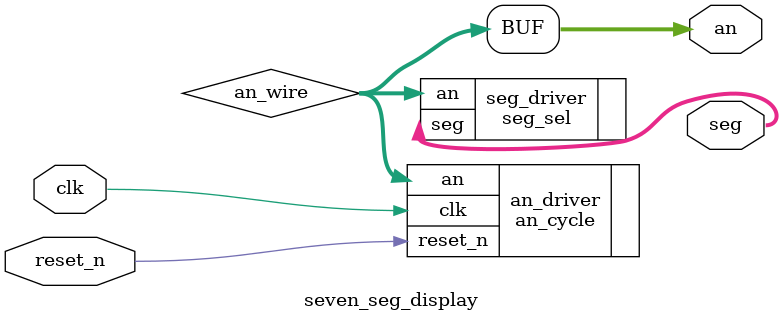
<source format=v>
`timescale 1ns / 1ps

module seven_seg_display(
    input clk,                      // Defines input 25MHz clock
    input reset_n,                  // Defines input active low reset signal
    output [3:0] an,                // Defines anodes control signal
    output [6:0] seg                // Defines cathode control signal for seven-segment display
    );                              
                                    
    wire [3:0] an_wire;             // Defines internal wire for anode control
                                    
    // **Instantiate Anode Cycling Module**
    an_cycle an_driver (            // Instantiating anode cycling module
        .clk(clk),                  // Connects 25MHz clock
        .reset_n(reset_n),          // Connects active-low reset
        .an(an_wire)                // Connects anode wire output
     );                             
                                    
    // **Instantiate Seven-Segment Display Selector**
    seg_sel seg_driver (            // Instantiating seven-segment display selection module
        .an(an_wire),               // Connects anode selection
        .seg(seg)                   // Connects segment output
     );                                 
                                    
    assign an = an_wire;            // Assigns internal anode wire to module output
endmodule

</source>
